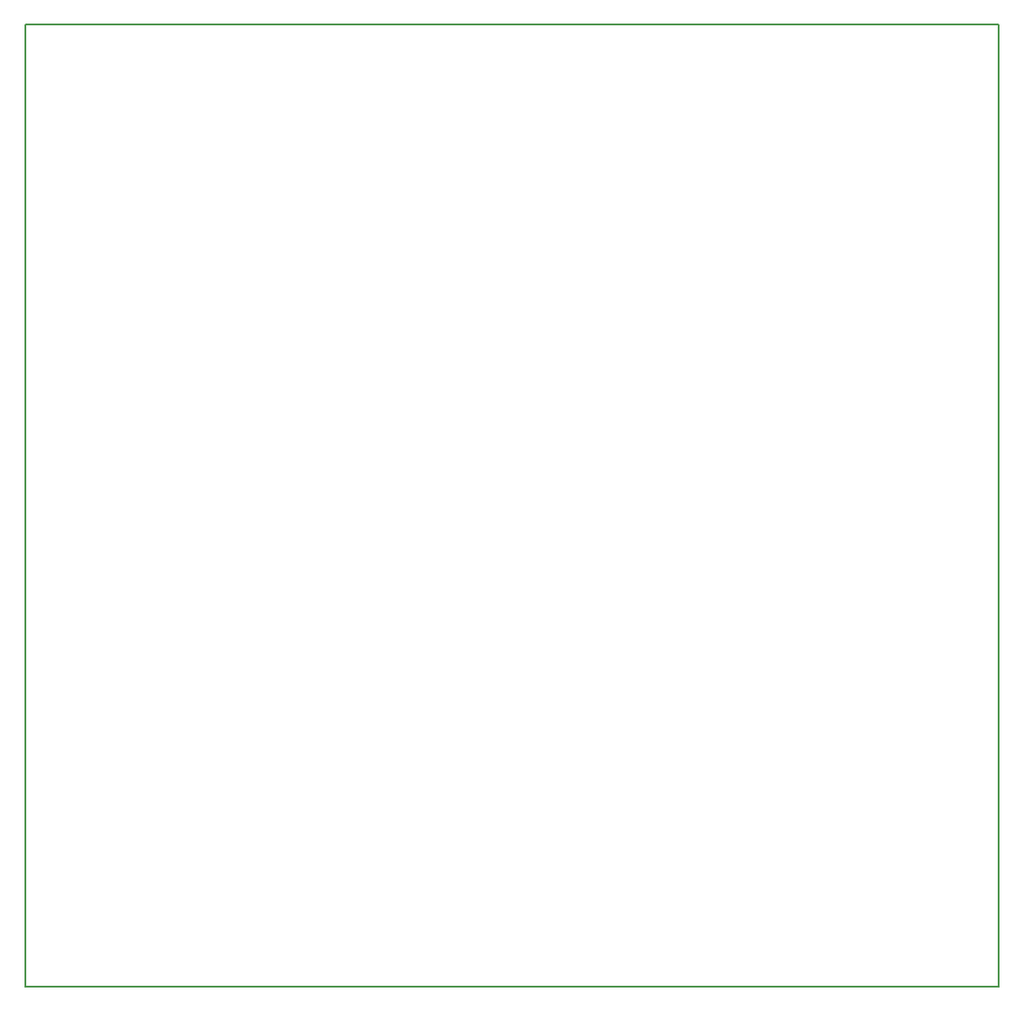
<source format=gbr>
%TF.GenerationSoftware,KiCad,Pcbnew,8.0.8*%
%TF.CreationDate,2025-01-20T13:06:51+08:00*%
%TF.ProjectId,project_pcb,70726f6a-6563-4745-9f70-63622e6b6963,rev?*%
%TF.SameCoordinates,Original*%
%TF.FileFunction,Profile,NP*%
%FSLAX46Y46*%
G04 Gerber Fmt 4.6, Leading zero omitted, Abs format (unit mm)*
G04 Created by KiCad (PCBNEW 8.0.8) date 2025-01-20 13:06:51*
%MOMM*%
%LPD*%
G01*
G04 APERTURE LIST*
%TA.AperFunction,Profile*%
%ADD10C,0.200000*%
%TD*%
G04 APERTURE END LIST*
D10*
X71140000Y-63160000D02*
X162140000Y-63160000D01*
X162140000Y-153160000D01*
X71140000Y-153160000D01*
X71140000Y-63160000D01*
M02*

</source>
